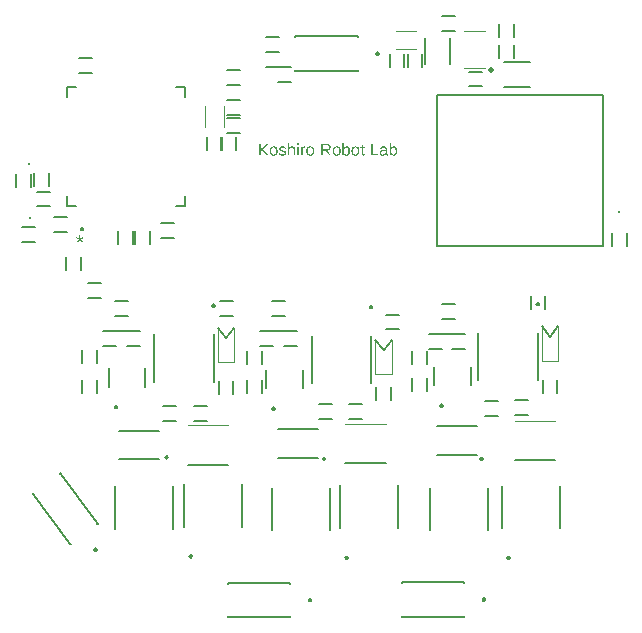
<source format=gbr>
G04 EAGLE Gerber RS-274X export*
G75*
%MOMM*%
%FSLAX34Y34*%
%LPD*%
%INSilkscreen Top*%
%IPPOS*%
%AMOC8*
5,1,8,0,0,1.08239X$1,22.5*%
G01*
G04 Define Apertures*
%ADD10C,0.127000*%
%ADD11C,0.200000*%
%ADD12C,0.120000*%
%ADD13C,0.500000*%
%ADD14R,0.250000X0.250000*%
%ADD15C,0.152400*%
%ADD16C,0.254000*%
G36*
X-5852Y62230D02*
X-7190Y62230D01*
X-7190Y72098D01*
X-2546Y72098D01*
X-2141Y72087D01*
X-1760Y72052D01*
X-1403Y71993D01*
X-1069Y71912D01*
X-759Y71807D01*
X-473Y71679D01*
X-211Y71527D01*
X28Y71352D01*
X240Y71157D01*
X425Y70943D01*
X580Y70711D01*
X708Y70460D01*
X807Y70192D01*
X878Y69905D01*
X921Y69599D01*
X935Y69276D01*
X925Y69006D01*
X895Y68748D01*
X845Y68500D01*
X775Y68264D01*
X684Y68038D01*
X574Y67823D01*
X444Y67620D01*
X294Y67427D01*
X126Y67248D01*
X-57Y67087D01*
X-255Y66943D01*
X-344Y66890D01*
X-469Y66816D01*
X-697Y66706D01*
X-941Y66614D01*
X-1200Y66539D01*
X-1475Y66481D01*
X-282Y64672D01*
X1327Y62230D01*
X-214Y62230D01*
X-2777Y66327D01*
X-5852Y66327D01*
X-5852Y62230D01*
G37*
%LPC*%
G36*
X-2623Y67385D02*
X-2366Y67393D01*
X-2124Y67416D01*
X-1897Y67454D01*
X-1686Y67508D01*
X-1489Y67578D01*
X-1307Y67663D01*
X-1140Y67763D01*
X-988Y67879D01*
X-852Y68008D01*
X-735Y68150D01*
X-636Y68305D01*
X-554Y68471D01*
X-491Y68650D01*
X-446Y68842D01*
X-419Y69046D01*
X-410Y69262D01*
X-419Y69471D01*
X-447Y69667D01*
X-492Y69850D01*
X-556Y70021D01*
X-638Y70179D01*
X-739Y70324D01*
X-858Y70456D01*
X-995Y70575D01*
X-1149Y70681D01*
X-1319Y70773D01*
X-1506Y70850D01*
X-1708Y70914D01*
X-1927Y70963D01*
X-2162Y70999D01*
X-2412Y71020D01*
X-2679Y71027D01*
X-5852Y71027D01*
X-5852Y67385D01*
X-2623Y67385D01*
G37*
%LPD*%
G36*
X14565Y62090D02*
X14152Y62109D01*
X13776Y62168D01*
X13436Y62265D01*
X13133Y62402D01*
X12861Y62581D01*
X12615Y62809D01*
X12397Y63084D01*
X12205Y63407D01*
X12191Y63407D01*
X12163Y62745D01*
X12121Y62230D01*
X10902Y62230D01*
X10934Y62810D01*
X10944Y63792D01*
X10944Y72624D01*
X12205Y72624D01*
X12205Y69661D01*
X12177Y68589D01*
X12205Y68589D01*
X12394Y68928D01*
X12612Y69215D01*
X12858Y69450D01*
X13133Y69633D01*
X13439Y69771D01*
X13780Y69869D01*
X14155Y69928D01*
X14565Y69948D01*
X14912Y69933D01*
X15235Y69888D01*
X15535Y69812D01*
X15811Y69707D01*
X16063Y69571D01*
X16291Y69405D01*
X16496Y69208D01*
X16677Y68982D01*
X16835Y68724D01*
X16972Y68436D01*
X17088Y68117D01*
X17184Y67766D01*
X17257Y67385D01*
X17310Y66972D01*
X17342Y66529D01*
X17352Y66054D01*
X17342Y65574D01*
X17309Y65125D01*
X17254Y64707D01*
X17178Y64320D01*
X17080Y63964D01*
X16960Y63638D01*
X16819Y63344D01*
X16656Y63081D01*
X16471Y62849D01*
X16264Y62647D01*
X16035Y62477D01*
X15785Y62338D01*
X15512Y62229D01*
X15218Y62152D01*
X14903Y62105D01*
X14565Y62090D01*
G37*
%LPC*%
G36*
X14229Y63021D02*
X14459Y63032D01*
X14672Y63065D01*
X14869Y63120D01*
X15049Y63197D01*
X15213Y63296D01*
X15360Y63417D01*
X15491Y63560D01*
X15605Y63725D01*
X15704Y63915D01*
X15790Y64132D01*
X15863Y64377D01*
X15923Y64649D01*
X15969Y64949D01*
X16002Y65276D01*
X16022Y65630D01*
X16029Y66012D01*
X16022Y66395D01*
X16003Y66751D01*
X15970Y67077D01*
X15924Y67376D01*
X15865Y67646D01*
X15792Y67889D01*
X15707Y68103D01*
X15609Y68288D01*
X15495Y68449D01*
X15366Y68589D01*
X15220Y68707D01*
X15057Y68803D01*
X14878Y68878D01*
X14683Y68932D01*
X14471Y68964D01*
X14243Y68975D01*
X13986Y68963D01*
X13747Y68929D01*
X13526Y68872D01*
X13323Y68793D01*
X13138Y68690D01*
X12971Y68565D01*
X12822Y68417D01*
X12691Y68246D01*
X12577Y68051D01*
X12479Y67829D01*
X12395Y67580D01*
X12326Y67304D01*
X12273Y67002D01*
X12235Y66673D01*
X12212Y66317D01*
X12205Y65935D01*
X12212Y65574D01*
X12234Y65238D01*
X12272Y64926D01*
X12324Y64638D01*
X12391Y64375D01*
X12473Y64137D01*
X12569Y63922D01*
X12681Y63732D01*
X12809Y63566D01*
X12956Y63421D01*
X13122Y63299D01*
X13306Y63199D01*
X13509Y63121D01*
X13730Y63066D01*
X13970Y63033D01*
X14229Y63021D01*
G37*
%LPD*%
G36*
X54440Y62090D02*
X54027Y62109D01*
X53651Y62168D01*
X53311Y62265D01*
X53008Y62402D01*
X52736Y62581D01*
X52490Y62809D01*
X52272Y63084D01*
X52080Y63407D01*
X52066Y63407D01*
X52038Y62745D01*
X51996Y62230D01*
X50777Y62230D01*
X50809Y62810D01*
X50819Y63792D01*
X50819Y72624D01*
X52080Y72624D01*
X52080Y69661D01*
X52052Y68589D01*
X52080Y68589D01*
X52269Y68928D01*
X52487Y69215D01*
X52733Y69450D01*
X53008Y69633D01*
X53314Y69771D01*
X53655Y69869D01*
X54030Y69928D01*
X54440Y69948D01*
X54787Y69933D01*
X55110Y69888D01*
X55410Y69812D01*
X55686Y69707D01*
X55938Y69571D01*
X56166Y69405D01*
X56371Y69208D01*
X56552Y68982D01*
X56710Y68724D01*
X56847Y68436D01*
X56963Y68117D01*
X57059Y67766D01*
X57132Y67385D01*
X57185Y66972D01*
X57217Y66529D01*
X57227Y66054D01*
X57217Y65574D01*
X57184Y65125D01*
X57129Y64707D01*
X57053Y64320D01*
X56955Y63964D01*
X56835Y63638D01*
X56694Y63344D01*
X56531Y63081D01*
X56346Y62849D01*
X56139Y62647D01*
X55910Y62477D01*
X55660Y62338D01*
X55387Y62229D01*
X55093Y62152D01*
X54778Y62105D01*
X54440Y62090D01*
G37*
%LPC*%
G36*
X54104Y63021D02*
X54334Y63032D01*
X54547Y63065D01*
X54744Y63120D01*
X54924Y63197D01*
X55088Y63296D01*
X55235Y63417D01*
X55366Y63560D01*
X55480Y63725D01*
X55579Y63915D01*
X55665Y64132D01*
X55738Y64377D01*
X55798Y64649D01*
X55844Y64949D01*
X55877Y65276D01*
X55897Y65630D01*
X55904Y66012D01*
X55897Y66395D01*
X55878Y66751D01*
X55845Y67077D01*
X55799Y67376D01*
X55740Y67646D01*
X55667Y67889D01*
X55582Y68103D01*
X55484Y68288D01*
X55370Y68449D01*
X55241Y68589D01*
X55095Y68707D01*
X54932Y68803D01*
X54753Y68878D01*
X54558Y68932D01*
X54346Y68964D01*
X54118Y68975D01*
X53861Y68963D01*
X53622Y68929D01*
X53401Y68872D01*
X53198Y68793D01*
X53013Y68690D01*
X52846Y68565D01*
X52697Y68417D01*
X52566Y68246D01*
X52452Y68051D01*
X52354Y67829D01*
X52270Y67580D01*
X52201Y67304D01*
X52148Y67002D01*
X52110Y66673D01*
X52087Y66317D01*
X52080Y65935D01*
X52087Y65574D01*
X52109Y65238D01*
X52147Y64926D01*
X52199Y64638D01*
X52266Y64375D01*
X52348Y64137D01*
X52444Y63922D01*
X52556Y63732D01*
X52684Y63566D01*
X52831Y63421D01*
X52997Y63299D01*
X53181Y63199D01*
X53384Y63121D01*
X53605Y63066D01*
X53845Y63033D01*
X54104Y63021D01*
G37*
%LPD*%
G36*
X-47440Y62090D02*
X-47843Y62106D01*
X-48220Y62153D01*
X-48571Y62232D01*
X-48897Y62343D01*
X-49198Y62485D01*
X-49473Y62659D01*
X-49723Y62865D01*
X-49948Y63102D01*
X-50146Y63369D01*
X-50319Y63664D01*
X-50464Y63988D01*
X-50583Y64339D01*
X-50676Y64719D01*
X-50742Y65126D01*
X-50782Y65562D01*
X-50795Y66026D01*
X-50782Y66501D01*
X-50742Y66945D01*
X-50676Y67359D01*
X-50583Y67742D01*
X-50463Y68094D01*
X-50318Y68416D01*
X-50145Y68707D01*
X-49946Y68968D01*
X-49720Y69197D01*
X-49468Y69397D01*
X-49190Y69565D01*
X-48884Y69703D01*
X-48553Y69810D01*
X-48195Y69887D01*
X-47810Y69933D01*
X-47398Y69948D01*
X-46978Y69933D01*
X-46587Y69888D01*
X-46225Y69814D01*
X-45891Y69709D01*
X-45586Y69575D01*
X-45309Y69410D01*
X-45061Y69216D01*
X-44842Y68992D01*
X-44650Y68737D01*
X-44483Y68448D01*
X-44343Y68127D01*
X-44227Y67773D01*
X-44138Y67385D01*
X-44074Y66965D01*
X-44035Y66512D01*
X-44023Y66026D01*
X-44036Y65545D01*
X-44077Y65095D01*
X-44146Y64677D01*
X-44241Y64291D01*
X-44365Y63936D01*
X-44515Y63614D01*
X-44693Y63323D01*
X-44898Y63063D01*
X-45129Y62835D01*
X-45385Y62638D01*
X-45666Y62470D01*
X-45971Y62333D01*
X-46302Y62227D01*
X-46656Y62151D01*
X-47036Y62105D01*
X-47440Y62090D01*
G37*
%LPC*%
G36*
X-47454Y63021D02*
X-47181Y63033D01*
X-46928Y63067D01*
X-46695Y63124D01*
X-46482Y63204D01*
X-46289Y63306D01*
X-46117Y63431D01*
X-45965Y63579D01*
X-45833Y63750D01*
X-45719Y63945D01*
X-45620Y64165D01*
X-45536Y64411D01*
X-45468Y64683D01*
X-45415Y64980D01*
X-45377Y65303D01*
X-45354Y65652D01*
X-45346Y66026D01*
X-45354Y66405D01*
X-45375Y66757D01*
X-45412Y67082D01*
X-45463Y67380D01*
X-45528Y67652D01*
X-45608Y67897D01*
X-45703Y68115D01*
X-45812Y68306D01*
X-45938Y68472D01*
X-46085Y68617D01*
X-46250Y68739D01*
X-46436Y68839D01*
X-46642Y68917D01*
X-46867Y68972D01*
X-47112Y69006D01*
X-47377Y69017D01*
X-47644Y69005D01*
X-47892Y68971D01*
X-48121Y68915D01*
X-48331Y68835D01*
X-48521Y68734D01*
X-48693Y68609D01*
X-48845Y68462D01*
X-48978Y68292D01*
X-49093Y68098D01*
X-49194Y67878D01*
X-49279Y67633D01*
X-49348Y67363D01*
X-49402Y67067D01*
X-49441Y66745D01*
X-49464Y66399D01*
X-49471Y66026D01*
X-49464Y65663D01*
X-49441Y65323D01*
X-49403Y65007D01*
X-49350Y64714D01*
X-49281Y64444D01*
X-49198Y64197D01*
X-49099Y63974D01*
X-48985Y63774D01*
X-48854Y63598D01*
X-48707Y63445D01*
X-48541Y63316D01*
X-48359Y63210D01*
X-48159Y63127D01*
X-47941Y63068D01*
X-47707Y63033D01*
X-47454Y63021D01*
G37*
%LPD*%
G36*
X-16378Y62090D02*
X-16780Y62106D01*
X-17157Y62153D01*
X-17509Y62232D01*
X-17835Y62343D01*
X-18135Y62485D01*
X-18411Y62659D01*
X-18661Y62865D01*
X-18885Y63102D01*
X-19084Y63369D01*
X-19256Y63664D01*
X-19402Y63988D01*
X-19521Y64339D01*
X-19614Y64719D01*
X-19680Y65126D01*
X-19719Y65562D01*
X-19733Y66026D01*
X-19719Y66501D01*
X-19680Y66945D01*
X-19613Y67359D01*
X-19520Y67742D01*
X-19401Y68094D01*
X-19255Y68416D01*
X-19083Y68707D01*
X-18883Y68968D01*
X-18658Y69197D01*
X-18406Y69397D01*
X-18127Y69565D01*
X-17822Y69703D01*
X-17490Y69810D01*
X-17132Y69887D01*
X-16747Y69933D01*
X-16336Y69948D01*
X-15916Y69933D01*
X-15525Y69888D01*
X-15162Y69814D01*
X-14828Y69709D01*
X-14523Y69575D01*
X-14247Y69410D01*
X-13999Y69216D01*
X-13779Y68992D01*
X-13587Y68737D01*
X-13421Y68448D01*
X-13280Y68127D01*
X-13165Y67773D01*
X-13075Y67385D01*
X-13011Y66965D01*
X-12973Y66512D01*
X-12960Y66026D01*
X-12974Y65545D01*
X-13015Y65095D01*
X-13083Y64677D01*
X-13179Y64291D01*
X-13302Y63936D01*
X-13453Y63614D01*
X-13630Y63323D01*
X-13836Y63063D01*
X-14067Y62835D01*
X-14323Y62638D01*
X-14603Y62470D01*
X-14909Y62333D01*
X-15239Y62227D01*
X-15594Y62151D01*
X-15974Y62105D01*
X-16378Y62090D01*
G37*
%LPC*%
G36*
X-16392Y63021D02*
X-16118Y63033D01*
X-15865Y63067D01*
X-15632Y63124D01*
X-15419Y63204D01*
X-15227Y63306D01*
X-15054Y63431D01*
X-14902Y63579D01*
X-14771Y63750D01*
X-14656Y63945D01*
X-14558Y64165D01*
X-14474Y64411D01*
X-14405Y64683D01*
X-14352Y64980D01*
X-14314Y65303D01*
X-14291Y65652D01*
X-14284Y66026D01*
X-14291Y66405D01*
X-14313Y66757D01*
X-14349Y67082D01*
X-14400Y67380D01*
X-14466Y67652D01*
X-14546Y67897D01*
X-14640Y68115D01*
X-14750Y68306D01*
X-14876Y68472D01*
X-15022Y68617D01*
X-15188Y68739D01*
X-15374Y68839D01*
X-15579Y68917D01*
X-15805Y68972D01*
X-16050Y69006D01*
X-16315Y69017D01*
X-16582Y69005D01*
X-16830Y68971D01*
X-17059Y68915D01*
X-17268Y68835D01*
X-17459Y68734D01*
X-17630Y68609D01*
X-17782Y68462D01*
X-17915Y68292D01*
X-18031Y68098D01*
X-18131Y67878D01*
X-18216Y67633D01*
X-18286Y67363D01*
X-18340Y67067D01*
X-18378Y66745D01*
X-18401Y66399D01*
X-18409Y66026D01*
X-18401Y65663D01*
X-18379Y65323D01*
X-18341Y65007D01*
X-18287Y64714D01*
X-18219Y64444D01*
X-18135Y64197D01*
X-18036Y63974D01*
X-17922Y63774D01*
X-17792Y63598D01*
X-17644Y63445D01*
X-17479Y63316D01*
X-17296Y63210D01*
X-17096Y63127D01*
X-16879Y63068D01*
X-16644Y63033D01*
X-16392Y63021D01*
G37*
%LPD*%
G36*
X5966Y62090D02*
X5564Y62106D01*
X5187Y62153D01*
X4835Y62232D01*
X4509Y62343D01*
X4208Y62485D01*
X3933Y62659D01*
X3683Y62865D01*
X3459Y63102D01*
X3260Y63369D01*
X3088Y63664D01*
X2942Y63988D01*
X2823Y64339D01*
X2730Y64719D01*
X2664Y65126D01*
X2624Y65562D01*
X2611Y66026D01*
X2624Y66501D01*
X2664Y66945D01*
X2730Y67359D01*
X2823Y67742D01*
X2943Y68094D01*
X3089Y68416D01*
X3261Y68707D01*
X3460Y68968D01*
X3686Y69197D01*
X3938Y69397D01*
X4217Y69565D01*
X4522Y69703D01*
X4854Y69810D01*
X5212Y69887D01*
X5597Y69933D01*
X6008Y69948D01*
X6428Y69933D01*
X6819Y69888D01*
X7182Y69814D01*
X7515Y69709D01*
X7821Y69575D01*
X8097Y69410D01*
X8345Y69216D01*
X8564Y68992D01*
X8756Y68737D01*
X8923Y68448D01*
X9064Y68127D01*
X9179Y67773D01*
X9269Y67385D01*
X9333Y66965D01*
X9371Y66512D01*
X9384Y66026D01*
X9370Y65545D01*
X9329Y65095D01*
X9261Y64677D01*
X9165Y64291D01*
X9042Y63936D01*
X8891Y63614D01*
X8713Y63323D01*
X8508Y63063D01*
X8277Y62835D01*
X8021Y62638D01*
X7740Y62470D01*
X7435Y62333D01*
X7105Y62227D01*
X6750Y62151D01*
X6370Y62105D01*
X5966Y62090D01*
G37*
%LPC*%
G36*
X5952Y63021D02*
X6225Y63033D01*
X6479Y63067D01*
X6712Y63124D01*
X6925Y63204D01*
X7117Y63306D01*
X7289Y63431D01*
X7441Y63579D01*
X7573Y63750D01*
X7687Y63945D01*
X7786Y64165D01*
X7870Y64411D01*
X7938Y64683D01*
X7992Y64980D01*
X8030Y65303D01*
X8052Y65652D01*
X8060Y66026D01*
X8053Y66405D01*
X8031Y66757D01*
X7995Y67082D01*
X7944Y67380D01*
X7878Y67652D01*
X7798Y67897D01*
X7703Y68115D01*
X7594Y68306D01*
X7468Y68472D01*
X7322Y68617D01*
X7156Y68739D01*
X6970Y68839D01*
X6764Y68917D01*
X6539Y68972D01*
X6294Y69006D01*
X6029Y69017D01*
X5762Y69005D01*
X5514Y68971D01*
X5285Y68915D01*
X5076Y68835D01*
X4885Y68734D01*
X4714Y68609D01*
X4562Y68462D01*
X4429Y68292D01*
X4313Y68098D01*
X4213Y67878D01*
X4128Y67633D01*
X4058Y67363D01*
X4004Y67067D01*
X3966Y66745D01*
X3943Y66399D01*
X3935Y66026D01*
X3942Y65663D01*
X3965Y65323D01*
X4003Y65007D01*
X4056Y64714D01*
X4125Y64444D01*
X4209Y64197D01*
X4307Y63974D01*
X4422Y63774D01*
X4552Y63598D01*
X4700Y63445D01*
X4865Y63316D01*
X5048Y63210D01*
X5248Y63127D01*
X5465Y63068D01*
X5700Y63033D01*
X5952Y63021D01*
G37*
%LPD*%
G36*
X21903Y62090D02*
X21501Y62106D01*
X21124Y62153D01*
X20773Y62232D01*
X20447Y62343D01*
X20146Y62485D01*
X19871Y62659D01*
X19621Y62865D01*
X19396Y63102D01*
X19197Y63369D01*
X19025Y63664D01*
X18880Y63988D01*
X18760Y64339D01*
X18668Y64719D01*
X18602Y65126D01*
X18562Y65562D01*
X18549Y66026D01*
X18562Y66501D01*
X18602Y66945D01*
X18668Y67359D01*
X18761Y67742D01*
X18880Y68094D01*
X19026Y68416D01*
X19199Y68707D01*
X19398Y68968D01*
X19623Y69197D01*
X19875Y69397D01*
X20154Y69565D01*
X20459Y69703D01*
X20791Y69810D01*
X21149Y69887D01*
X21534Y69933D01*
X21945Y69948D01*
X22365Y69933D01*
X22757Y69888D01*
X23119Y69814D01*
X23453Y69709D01*
X23758Y69575D01*
X24035Y69410D01*
X24283Y69216D01*
X24502Y68992D01*
X24694Y68737D01*
X24860Y68448D01*
X25001Y68127D01*
X25116Y67773D01*
X25206Y67385D01*
X25270Y66965D01*
X25308Y66512D01*
X25321Y66026D01*
X25308Y65545D01*
X25267Y65095D01*
X25198Y64677D01*
X25102Y64291D01*
X24979Y63936D01*
X24829Y63614D01*
X24651Y63323D01*
X24446Y63063D01*
X24215Y62835D01*
X23959Y62638D01*
X23678Y62470D01*
X23372Y62333D01*
X23042Y62227D01*
X22687Y62151D01*
X22308Y62105D01*
X21903Y62090D01*
G37*
%LPC*%
G36*
X21889Y63021D02*
X22163Y63033D01*
X22416Y63067D01*
X22649Y63124D01*
X22862Y63204D01*
X23055Y63306D01*
X23227Y63431D01*
X23379Y63579D01*
X23511Y63750D01*
X23625Y63945D01*
X23724Y64165D01*
X23807Y64411D01*
X23876Y64683D01*
X23929Y64980D01*
X23967Y65303D01*
X23990Y65652D01*
X23998Y66026D01*
X23990Y66405D01*
X23968Y66757D01*
X23932Y67082D01*
X23881Y67380D01*
X23816Y67652D01*
X23736Y67897D01*
X23641Y68115D01*
X23532Y68306D01*
X23405Y68472D01*
X23259Y68617D01*
X23093Y68739D01*
X22908Y68839D01*
X22702Y68917D01*
X22477Y68972D01*
X22231Y69006D01*
X21966Y69017D01*
X21699Y69005D01*
X21451Y68971D01*
X21223Y68915D01*
X21013Y68835D01*
X20823Y68734D01*
X20651Y68609D01*
X20499Y68462D01*
X20366Y68292D01*
X20250Y68098D01*
X20150Y67878D01*
X20065Y67633D01*
X19996Y67363D01*
X19942Y67067D01*
X19903Y66745D01*
X19880Y66399D01*
X19872Y66026D01*
X19880Y65663D01*
X19903Y65323D01*
X19941Y65007D01*
X19994Y64714D01*
X20062Y64444D01*
X20146Y64197D01*
X20245Y63974D01*
X20359Y63774D01*
X20489Y63598D01*
X20637Y63445D01*
X20802Y63316D01*
X20985Y63210D01*
X21185Y63127D01*
X21402Y63068D01*
X21637Y63033D01*
X21889Y63021D01*
G37*
%LPD*%
G36*
X44783Y62090D02*
X44507Y62099D01*
X44248Y62128D01*
X44007Y62175D01*
X43784Y62241D01*
X43578Y62325D01*
X43390Y62429D01*
X43220Y62551D01*
X43067Y62692D01*
X42933Y62850D01*
X42816Y63021D01*
X42717Y63207D01*
X42637Y63407D01*
X42574Y63620D01*
X42529Y63848D01*
X42502Y64090D01*
X42493Y64345D01*
X42505Y64631D01*
X42541Y64899D01*
X42602Y65151D01*
X42687Y65385D01*
X42795Y65603D01*
X42928Y65803D01*
X43086Y65986D01*
X43267Y66152D01*
X43475Y66301D01*
X43713Y66431D01*
X43981Y66542D01*
X44278Y66635D01*
X44605Y66710D01*
X44962Y66767D01*
X45348Y66805D01*
X45764Y66824D01*
X47466Y66852D01*
X47466Y67266D01*
X47460Y67489D01*
X47441Y67695D01*
X47411Y67885D01*
X47368Y68059D01*
X47313Y68216D01*
X47245Y68357D01*
X47165Y68481D01*
X47074Y68589D01*
X46968Y68683D01*
X46849Y68764D01*
X46716Y68833D01*
X46569Y68889D01*
X46408Y68933D01*
X46233Y68964D01*
X46044Y68982D01*
X45841Y68989D01*
X45446Y68971D01*
X45109Y68917D01*
X44830Y68827D01*
X44608Y68701D01*
X44435Y68536D01*
X44300Y68329D01*
X44204Y68078D01*
X44146Y67784D01*
X42829Y67903D01*
X42879Y68151D01*
X42947Y68382D01*
X43034Y68598D01*
X43140Y68798D01*
X43265Y68982D01*
X43408Y69149D01*
X43570Y69301D01*
X43750Y69437D01*
X43950Y69557D01*
X44168Y69661D01*
X44404Y69748D01*
X44660Y69820D01*
X44934Y69876D01*
X45227Y69916D01*
X45539Y69940D01*
X45869Y69948D01*
X46215Y69938D01*
X46539Y69907D01*
X46841Y69856D01*
X47121Y69784D01*
X47379Y69692D01*
X47614Y69580D01*
X47828Y69447D01*
X48019Y69293D01*
X48188Y69120D01*
X48335Y68929D01*
X48459Y68720D01*
X48560Y68492D01*
X48639Y68246D01*
X48695Y67982D01*
X48729Y67700D01*
X48740Y67399D01*
X48740Y64135D01*
X48750Y63872D01*
X48777Y63644D01*
X48823Y63450D01*
X48888Y63291D01*
X48978Y63167D01*
X49101Y63078D01*
X49258Y63025D01*
X49448Y63007D01*
X49642Y63020D01*
X49861Y63056D01*
X49861Y62272D01*
X49622Y62223D01*
X49380Y62188D01*
X49135Y62167D01*
X48888Y62160D01*
X48561Y62183D01*
X48283Y62252D01*
X48052Y62367D01*
X47868Y62528D01*
X47726Y62738D01*
X47619Y63000D01*
X47546Y63314D01*
X47508Y63680D01*
X47466Y63680D01*
X47214Y63277D01*
X46943Y62938D01*
X46652Y62663D01*
X46342Y62451D01*
X46004Y62293D01*
X45632Y62180D01*
X45225Y62112D01*
X44783Y62090D01*
G37*
%LPC*%
G36*
X45070Y63035D02*
X45408Y63055D01*
X45725Y63114D01*
X46024Y63213D01*
X46303Y63351D01*
X46559Y63523D01*
X46786Y63724D01*
X46984Y63955D01*
X47154Y64216D01*
X47290Y64492D01*
X47388Y64773D01*
X47446Y65058D01*
X47466Y65347D01*
X47466Y65970D01*
X46086Y65942D01*
X45668Y65925D01*
X45304Y65889D01*
X44994Y65834D01*
X44738Y65760D01*
X44522Y65664D01*
X44332Y65546D01*
X44170Y65405D01*
X44034Y65242D01*
X43927Y65053D01*
X43850Y64837D01*
X43804Y64594D01*
X43789Y64324D01*
X43810Y64033D01*
X43872Y63778D01*
X43976Y63557D01*
X44121Y63372D01*
X44306Y63225D01*
X44525Y63119D01*
X44780Y63056D01*
X45070Y63035D01*
G37*
%LPD*%
G36*
X-58446Y62230D02*
X-59783Y62230D01*
X-59783Y72098D01*
X-58446Y72098D01*
X-58446Y67154D01*
X-53690Y72098D01*
X-52114Y72098D01*
X-56317Y67812D01*
X-51554Y62230D01*
X-53214Y62230D01*
X-57157Y66993D01*
X-58446Y66012D01*
X-58446Y62230D01*
G37*
G36*
X-34017Y62230D02*
X-35278Y62230D01*
X-35278Y72624D01*
X-34017Y72624D01*
X-34017Y69920D01*
X-34042Y69038D01*
X-34073Y68512D01*
X-34052Y68512D01*
X-33839Y68859D01*
X-33605Y69156D01*
X-33350Y69403D01*
X-33075Y69601D01*
X-32771Y69753D01*
X-32428Y69861D01*
X-32048Y69927D01*
X-31629Y69948D01*
X-31331Y69939D01*
X-31053Y69910D01*
X-30796Y69862D01*
X-30558Y69795D01*
X-30341Y69709D01*
X-30144Y69603D01*
X-29968Y69479D01*
X-29812Y69335D01*
X-29674Y69169D01*
X-29556Y68977D01*
X-29455Y68759D01*
X-29373Y68515D01*
X-29309Y68245D01*
X-29263Y67949D01*
X-29236Y67627D01*
X-29227Y67280D01*
X-29227Y62230D01*
X-30494Y62230D01*
X-30494Y67035D01*
X-30504Y67408D01*
X-30531Y67731D01*
X-30577Y68002D01*
X-30641Y68222D01*
X-30727Y68403D01*
X-30836Y68559D01*
X-30968Y68689D01*
X-31125Y68793D01*
X-31309Y68872D01*
X-31526Y68929D01*
X-31775Y68963D01*
X-32056Y68975D01*
X-32273Y68965D01*
X-32479Y68936D01*
X-32674Y68888D01*
X-32857Y68821D01*
X-33030Y68734D01*
X-33192Y68628D01*
X-33342Y68503D01*
X-33482Y68358D01*
X-33607Y68198D01*
X-33716Y68023D01*
X-33808Y67836D01*
X-33883Y67635D01*
X-33942Y67421D01*
X-33984Y67193D01*
X-34009Y66953D01*
X-34017Y66698D01*
X-34017Y62230D01*
G37*
G36*
X-39850Y62090D02*
X-40193Y62097D01*
X-40517Y62119D01*
X-40820Y62155D01*
X-41103Y62206D01*
X-41365Y62272D01*
X-41608Y62352D01*
X-41830Y62447D01*
X-42032Y62556D01*
X-42215Y62680D01*
X-42381Y62821D01*
X-42531Y62978D01*
X-42664Y63152D01*
X-42781Y63342D01*
X-42881Y63548D01*
X-42963Y63770D01*
X-43030Y64009D01*
X-41916Y64226D01*
X-41814Y63942D01*
X-41669Y63698D01*
X-41481Y63495D01*
X-41251Y63333D01*
X-40974Y63209D01*
X-40648Y63120D01*
X-40274Y63067D01*
X-39850Y63049D01*
X-39402Y63068D01*
X-39019Y63123D01*
X-38700Y63215D01*
X-38446Y63344D01*
X-38251Y63509D01*
X-38175Y63606D01*
X-38112Y63711D01*
X-38063Y63826D01*
X-38029Y63950D01*
X-38008Y64084D01*
X-38001Y64226D01*
X-38020Y64440D01*
X-38078Y64632D01*
X-38174Y64804D01*
X-38309Y64954D01*
X-38487Y65088D01*
X-38712Y65210D01*
X-38984Y65320D01*
X-39304Y65417D01*
X-40207Y65655D01*
X-40711Y65794D01*
X-41136Y65932D01*
X-41483Y66069D01*
X-41751Y66205D01*
X-41968Y66347D01*
X-42160Y66503D01*
X-42327Y66674D01*
X-42469Y66860D01*
X-42583Y67063D01*
X-42664Y67288D01*
X-42712Y67536D01*
X-42728Y67805D01*
X-42717Y68056D01*
X-42682Y68292D01*
X-42624Y68513D01*
X-42544Y68718D01*
X-42440Y68908D01*
X-42313Y69082D01*
X-42163Y69241D01*
X-41990Y69384D01*
X-41794Y69512D01*
X-41578Y69622D01*
X-41340Y69715D01*
X-41082Y69791D01*
X-40802Y69851D01*
X-40501Y69893D01*
X-40179Y69919D01*
X-39836Y69927D01*
X-39530Y69920D01*
X-39241Y69900D01*
X-38968Y69865D01*
X-38711Y69817D01*
X-38470Y69755D01*
X-38245Y69679D01*
X-38036Y69589D01*
X-37843Y69486D01*
X-37667Y69367D01*
X-37508Y69232D01*
X-37365Y69080D01*
X-37240Y68912D01*
X-37132Y68726D01*
X-37040Y68525D01*
X-36966Y68306D01*
X-36908Y68071D01*
X-38043Y67931D01*
X-38118Y68169D01*
X-38236Y68377D01*
X-38399Y68556D01*
X-38607Y68705D01*
X-38856Y68823D01*
X-39143Y68907D01*
X-39470Y68958D01*
X-39836Y68975D01*
X-40235Y68958D01*
X-40578Y68910D01*
X-40865Y68829D01*
X-41097Y68716D01*
X-41274Y68569D01*
X-41401Y68390D01*
X-41477Y68177D01*
X-41496Y68058D01*
X-41503Y67931D01*
X-41492Y67777D01*
X-41461Y67637D01*
X-41408Y67511D01*
X-41335Y67399D01*
X-41241Y67298D01*
X-41126Y67204D01*
X-40992Y67119D01*
X-40837Y67042D01*
X-40627Y66961D01*
X-40326Y66867D01*
X-39451Y66635D01*
X-38589Y66393D01*
X-38263Y66279D01*
X-38008Y66170D01*
X-37799Y66060D01*
X-37613Y65945D01*
X-37450Y65824D01*
X-37311Y65697D01*
X-37190Y65562D01*
X-37084Y65418D01*
X-36993Y65263D01*
X-36915Y65098D01*
X-36854Y64922D01*
X-36810Y64735D01*
X-36784Y64535D01*
X-36775Y64324D01*
X-36788Y64064D01*
X-36826Y63819D01*
X-36889Y63589D01*
X-36977Y63375D01*
X-37091Y63176D01*
X-37230Y62993D01*
X-37395Y62824D01*
X-37584Y62671D01*
X-37796Y62535D01*
X-38029Y62417D01*
X-38282Y62317D01*
X-38555Y62235D01*
X-38848Y62172D01*
X-39162Y62126D01*
X-39496Y62099D01*
X-39850Y62090D01*
G37*
G36*
X41416Y62230D02*
X35092Y62230D01*
X35092Y72098D01*
X36429Y72098D01*
X36429Y63323D01*
X41416Y63323D01*
X41416Y62230D01*
G37*
G36*
X28552Y62118D02*
X28368Y62125D01*
X28197Y62145D01*
X28038Y62178D01*
X27890Y62225D01*
X27754Y62286D01*
X27630Y62359D01*
X27518Y62446D01*
X27417Y62547D01*
X27328Y62661D01*
X27252Y62788D01*
X27187Y62929D01*
X27133Y63083D01*
X27092Y63251D01*
X27062Y63432D01*
X27045Y63626D01*
X27039Y63834D01*
X27039Y68891D01*
X26163Y68891D01*
X26163Y69808D01*
X27088Y69808D01*
X27459Y71503D01*
X28300Y71503D01*
X28300Y69808D01*
X29700Y69808D01*
X29700Y68891D01*
X28300Y68891D01*
X28300Y64107D01*
X28311Y63854D01*
X28344Y63642D01*
X28400Y63471D01*
X28478Y63340D01*
X28584Y63244D01*
X28722Y63175D01*
X28894Y63133D01*
X29098Y63119D01*
X29406Y63144D01*
X29826Y63218D01*
X29826Y62286D01*
X29513Y62213D01*
X29196Y62160D01*
X28876Y62128D01*
X28552Y62118D01*
G37*
G36*
X-22830Y62230D02*
X-24090Y62230D01*
X-24090Y68043D01*
X-24101Y68884D01*
X-24133Y69808D01*
X-22942Y69808D01*
X-22886Y68260D01*
X-22858Y68260D01*
X-22702Y68709D01*
X-22534Y69080D01*
X-22355Y69374D01*
X-22164Y69591D01*
X-21948Y69747D01*
X-21692Y69859D01*
X-21395Y69926D01*
X-21058Y69948D01*
X-20804Y69931D01*
X-20547Y69878D01*
X-20547Y68723D01*
X-20841Y68775D01*
X-21219Y68793D01*
X-21409Y68782D01*
X-21588Y68750D01*
X-21755Y68698D01*
X-21911Y68624D01*
X-22054Y68529D01*
X-22187Y68412D01*
X-22307Y68275D01*
X-22417Y68117D01*
X-22513Y67939D01*
X-22597Y67742D01*
X-22668Y67528D01*
X-22727Y67295D01*
X-22772Y67043D01*
X-22804Y66774D01*
X-22823Y66486D01*
X-22830Y66180D01*
X-22830Y62230D01*
G37*
G36*
X-26052Y62230D02*
X-27313Y62230D01*
X-27313Y69808D01*
X-26052Y69808D01*
X-26052Y62230D01*
G37*
G36*
X-26052Y71419D02*
X-27313Y71419D01*
X-27313Y72624D01*
X-26052Y72624D01*
X-26052Y71419D01*
G37*
G36*
X-210209Y-11271D02*
X-211522Y-9011D01*
X-212889Y-11253D01*
X-213931Y-10623D01*
X-212276Y-8450D01*
X-214728Y-7811D01*
X-214334Y-6637D01*
X-211995Y-7575D01*
X-212100Y-4973D01*
X-210909Y-4973D01*
X-211023Y-7557D01*
X-208711Y-6655D01*
X-208317Y-7811D01*
X-210787Y-8450D01*
X-209166Y-10640D01*
X-210209Y-11271D01*
G37*
D10*
X23960Y134740D02*
X23960Y134090D01*
X23960Y162440D02*
X23960Y163090D01*
X-29040Y134740D02*
X-29040Y134090D01*
X-29040Y162440D02*
X-29040Y163090D01*
X-29040Y134090D02*
X23960Y134090D01*
X23960Y163090D02*
X-29040Y163090D01*
D11*
X39460Y148590D02*
X39462Y148653D01*
X39468Y148715D01*
X39478Y148777D01*
X39491Y148839D01*
X39509Y148899D01*
X39530Y148958D01*
X39555Y149016D01*
X39584Y149072D01*
X39616Y149126D01*
X39651Y149178D01*
X39689Y149227D01*
X39731Y149275D01*
X39775Y149319D01*
X39823Y149361D01*
X39872Y149399D01*
X39924Y149434D01*
X39978Y149466D01*
X40034Y149495D01*
X40092Y149520D01*
X40151Y149541D01*
X40211Y149559D01*
X40273Y149572D01*
X40335Y149582D01*
X40397Y149588D01*
X40460Y149590D01*
X40523Y149588D01*
X40585Y149582D01*
X40647Y149572D01*
X40709Y149559D01*
X40769Y149541D01*
X40828Y149520D01*
X40886Y149495D01*
X40942Y149466D01*
X40996Y149434D01*
X41048Y149399D01*
X41097Y149361D01*
X41145Y149319D01*
X41189Y149275D01*
X41231Y149227D01*
X41269Y149178D01*
X41304Y149126D01*
X41336Y149072D01*
X41365Y149016D01*
X41390Y148958D01*
X41411Y148899D01*
X41429Y148839D01*
X41442Y148777D01*
X41452Y148715D01*
X41458Y148653D01*
X41460Y148590D01*
X41458Y148527D01*
X41452Y148465D01*
X41442Y148403D01*
X41429Y148341D01*
X41411Y148281D01*
X41390Y148222D01*
X41365Y148164D01*
X41336Y148108D01*
X41304Y148054D01*
X41269Y148002D01*
X41231Y147953D01*
X41189Y147905D01*
X41145Y147861D01*
X41097Y147819D01*
X41048Y147781D01*
X40996Y147746D01*
X40942Y147714D01*
X40886Y147685D01*
X40828Y147660D01*
X40769Y147639D01*
X40709Y147621D01*
X40647Y147608D01*
X40585Y147598D01*
X40523Y147592D01*
X40460Y147590D01*
X40397Y147592D01*
X40335Y147598D01*
X40273Y147608D01*
X40211Y147621D01*
X40151Y147639D01*
X40092Y147660D01*
X40034Y147685D01*
X39978Y147714D01*
X39924Y147746D01*
X39872Y147781D01*
X39823Y147819D01*
X39775Y147861D01*
X39731Y147905D01*
X39689Y147953D01*
X39651Y148002D01*
X39616Y148054D01*
X39584Y148108D01*
X39555Y148164D01*
X39530Y148222D01*
X39509Y148281D01*
X39491Y148341D01*
X39478Y148403D01*
X39468Y148465D01*
X39462Y148527D01*
X39460Y148590D01*
D10*
X-42760Y137224D02*
X-53760Y137224D01*
X-53760Y149796D02*
X-42760Y149796D01*
X-43600Y137170D02*
X-32600Y137170D01*
X-32600Y124450D02*
X-43600Y124450D01*
X-42760Y162570D02*
X-53760Y162570D01*
X-53760Y149850D02*
X-42760Y149850D01*
X63436Y148046D02*
X63436Y137046D01*
X50864Y137046D02*
X50864Y148046D01*
X78676Y147740D02*
X78676Y136740D01*
X66104Y136740D02*
X66104Y147740D01*
D12*
X73520Y168011D02*
X56020Y168011D01*
X56020Y152029D02*
X73520Y152029D01*
D13*
X136257Y134228D03*
D12*
X131217Y136128D02*
X114217Y136128D01*
X114217Y167324D02*
X131217Y167324D01*
D10*
X105830Y167630D02*
X94830Y167630D01*
X94830Y180350D02*
X105830Y180350D01*
X117690Y120714D02*
X128690Y120714D01*
X128690Y133286D02*
X117690Y133286D01*
X156220Y144360D02*
X156220Y155360D01*
X143500Y155360D02*
X143500Y144360D01*
X156220Y162140D02*
X156220Y173140D01*
X143500Y173140D02*
X143500Y162140D01*
D14*
X245110Y13990D03*
D10*
X238750Y-3390D02*
X238750Y-14390D01*
X251470Y-14390D02*
X251470Y-3390D01*
D11*
X175180Y-63500D02*
X175182Y-63437D01*
X175188Y-63375D01*
X175198Y-63313D01*
X175211Y-63251D01*
X175229Y-63191D01*
X175250Y-63132D01*
X175275Y-63074D01*
X175304Y-63018D01*
X175336Y-62964D01*
X175371Y-62912D01*
X175409Y-62863D01*
X175451Y-62815D01*
X175495Y-62771D01*
X175543Y-62729D01*
X175592Y-62691D01*
X175644Y-62656D01*
X175698Y-62624D01*
X175754Y-62595D01*
X175812Y-62570D01*
X175871Y-62549D01*
X175931Y-62531D01*
X175993Y-62518D01*
X176055Y-62508D01*
X176117Y-62502D01*
X176180Y-62500D01*
X176243Y-62502D01*
X176305Y-62508D01*
X176367Y-62518D01*
X176429Y-62531D01*
X176489Y-62549D01*
X176548Y-62570D01*
X176606Y-62595D01*
X176662Y-62624D01*
X176716Y-62656D01*
X176768Y-62691D01*
X176817Y-62729D01*
X176865Y-62771D01*
X176909Y-62815D01*
X176951Y-62863D01*
X176989Y-62912D01*
X177024Y-62964D01*
X177056Y-63018D01*
X177085Y-63074D01*
X177110Y-63132D01*
X177131Y-63191D01*
X177149Y-63251D01*
X177162Y-63313D01*
X177172Y-63375D01*
X177178Y-63437D01*
X177180Y-63500D01*
X177178Y-63563D01*
X177172Y-63625D01*
X177162Y-63687D01*
X177149Y-63749D01*
X177131Y-63809D01*
X177110Y-63868D01*
X177085Y-63926D01*
X177056Y-63982D01*
X177024Y-64036D01*
X176989Y-64088D01*
X176951Y-64137D01*
X176909Y-64185D01*
X176865Y-64229D01*
X176817Y-64271D01*
X176768Y-64309D01*
X176716Y-64344D01*
X176662Y-64376D01*
X176606Y-64405D01*
X176548Y-64430D01*
X176489Y-64451D01*
X176429Y-64469D01*
X176367Y-64482D01*
X176305Y-64492D01*
X176243Y-64498D01*
X176180Y-64500D01*
X176117Y-64498D01*
X176055Y-64492D01*
X175993Y-64482D01*
X175931Y-64469D01*
X175871Y-64451D01*
X175812Y-64430D01*
X175754Y-64405D01*
X175698Y-64376D01*
X175644Y-64344D01*
X175592Y-64309D01*
X175543Y-64271D01*
X175495Y-64229D01*
X175451Y-64185D01*
X175409Y-64137D01*
X175371Y-64088D01*
X175336Y-64036D01*
X175304Y-63982D01*
X175275Y-63926D01*
X175250Y-63868D01*
X175229Y-63809D01*
X175211Y-63749D01*
X175198Y-63687D01*
X175188Y-63625D01*
X175182Y-63563D01*
X175180Y-63500D01*
D10*
X176330Y-87950D02*
X176330Y-127950D01*
X125930Y-127950D02*
X125930Y-87950D01*
X170244Y-67730D02*
X170244Y-56730D01*
X182816Y-56730D02*
X182816Y-67730D01*
D12*
X179690Y-111663D02*
X193690Y-111663D01*
X179690Y-111663D02*
X179690Y-82440D01*
X193690Y-82440D02*
X193690Y-111663D01*
D10*
X186690Y-91440D02*
X179690Y-82440D01*
X186690Y-91440D02*
X193690Y-82440D01*
X168060Y-157490D02*
X157060Y-157490D01*
X157060Y-144770D02*
X168060Y-144770D01*
X142660Y-158760D02*
X131660Y-158760D01*
X131660Y-146040D02*
X142660Y-146040D01*
X124950Y-166853D02*
X90950Y-166853D01*
X90950Y-191287D02*
X124950Y-191287D01*
X180404Y-138850D02*
X180404Y-127850D01*
X192976Y-127850D02*
X192976Y-138850D01*
X-222366Y19850D02*
X-222366Y27750D01*
X-222366Y19850D02*
X-214466Y19850D01*
X-130266Y19850D02*
X-122366Y19850D01*
X-122366Y27750D01*
X-122366Y111950D02*
X-122366Y119850D01*
X-130266Y119850D01*
X-214466Y119850D02*
X-222366Y119850D01*
X-222366Y111950D01*
D11*
X-210866Y-150D02*
X-210864Y-87D01*
X-210858Y-25D01*
X-210848Y37D01*
X-210835Y99D01*
X-210817Y159D01*
X-210796Y218D01*
X-210771Y276D01*
X-210742Y332D01*
X-210710Y386D01*
X-210675Y438D01*
X-210637Y487D01*
X-210595Y535D01*
X-210551Y579D01*
X-210503Y621D01*
X-210454Y659D01*
X-210402Y694D01*
X-210348Y726D01*
X-210292Y755D01*
X-210234Y780D01*
X-210175Y801D01*
X-210115Y819D01*
X-210053Y832D01*
X-209991Y842D01*
X-209929Y848D01*
X-209866Y850D01*
X-209803Y848D01*
X-209741Y842D01*
X-209679Y832D01*
X-209617Y819D01*
X-209557Y801D01*
X-209498Y780D01*
X-209440Y755D01*
X-209384Y726D01*
X-209330Y694D01*
X-209278Y659D01*
X-209229Y621D01*
X-209181Y579D01*
X-209137Y535D01*
X-209095Y487D01*
X-209057Y438D01*
X-209022Y386D01*
X-208990Y332D01*
X-208961Y276D01*
X-208936Y218D01*
X-208915Y159D01*
X-208897Y99D01*
X-208884Y37D01*
X-208874Y-25D01*
X-208868Y-87D01*
X-208866Y-150D01*
X-208868Y-213D01*
X-208874Y-275D01*
X-208884Y-337D01*
X-208897Y-399D01*
X-208915Y-459D01*
X-208936Y-518D01*
X-208961Y-576D01*
X-208990Y-632D01*
X-209022Y-686D01*
X-209057Y-738D01*
X-209095Y-787D01*
X-209137Y-835D01*
X-209181Y-879D01*
X-209229Y-921D01*
X-209278Y-959D01*
X-209330Y-994D01*
X-209384Y-1026D01*
X-209440Y-1055D01*
X-209498Y-1080D01*
X-209557Y-1101D01*
X-209617Y-1119D01*
X-209679Y-1132D01*
X-209741Y-1142D01*
X-209803Y-1148D01*
X-209866Y-1150D01*
X-209929Y-1148D01*
X-209991Y-1142D01*
X-210053Y-1132D01*
X-210115Y-1119D01*
X-210175Y-1101D01*
X-210234Y-1080D01*
X-210292Y-1055D01*
X-210348Y-1026D01*
X-210402Y-994D01*
X-210454Y-959D01*
X-210503Y-921D01*
X-210551Y-879D01*
X-210595Y-835D01*
X-210637Y-787D01*
X-210675Y-738D01*
X-210710Y-686D01*
X-210742Y-632D01*
X-210771Y-576D01*
X-210796Y-518D01*
X-210817Y-459D01*
X-210835Y-399D01*
X-210848Y-337D01*
X-210858Y-275D01*
X-210864Y-213D01*
X-210866Y-150D01*
D10*
X-86780Y134556D02*
X-75780Y134556D01*
X-75780Y121984D02*
X-86780Y121984D01*
X-237070Y19114D02*
X-248070Y19114D01*
X-248070Y31686D02*
X-237070Y31686D01*
X-142660Y-7556D02*
X-131660Y-7556D01*
X-131660Y5016D02*
X-142660Y5016D01*
X-201510Y144856D02*
X-212510Y144856D01*
X-212510Y132284D02*
X-201510Y132284D01*
X-86780Y121856D02*
X-75780Y121856D01*
X-75780Y109284D02*
X-86780Y109284D01*
D12*
X-105781Y104000D02*
X-105781Y86500D01*
X-89799Y86500D02*
X-89799Y104000D01*
D10*
X-86780Y93916D02*
X-75780Y93916D01*
X-75780Y81344D02*
X-86780Y81344D01*
X-86780Y109156D02*
X-75780Y109156D01*
X-75780Y96584D02*
X-86780Y96584D01*
X-78804Y77890D02*
X-78804Y66890D01*
X-91376Y66890D02*
X-91376Y77890D01*
X-91504Y77890D02*
X-91504Y66890D01*
X-104076Y66890D02*
X-104076Y77890D01*
X-237480Y47410D02*
X-237480Y36410D01*
X-250200Y36410D02*
X-250200Y47410D01*
X-166434Y-2120D02*
X-166434Y-13120D01*
X-179006Y-13120D02*
X-179006Y-2120D01*
X-165110Y-2120D02*
X-165110Y-13120D01*
X-152390Y-13120D02*
X-152390Y-2120D01*
X-193890Y-58356D02*
X-204890Y-58356D01*
X-204890Y-45784D02*
X-193890Y-45784D01*
X-210818Y-34776D02*
X-210818Y-23776D01*
X-223390Y-23776D02*
X-223390Y-34776D01*
D14*
X-254500Y55185D03*
D10*
X-252720Y46836D02*
X-252720Y35836D01*
X-265440Y35836D02*
X-265440Y46836D01*
D11*
X34210Y-66040D02*
X34212Y-65977D01*
X34218Y-65915D01*
X34228Y-65853D01*
X34241Y-65791D01*
X34259Y-65731D01*
X34280Y-65672D01*
X34305Y-65614D01*
X34334Y-65558D01*
X34366Y-65504D01*
X34401Y-65452D01*
X34439Y-65403D01*
X34481Y-65355D01*
X34525Y-65311D01*
X34573Y-65269D01*
X34622Y-65231D01*
X34674Y-65196D01*
X34728Y-65164D01*
X34784Y-65135D01*
X34842Y-65110D01*
X34901Y-65089D01*
X34961Y-65071D01*
X35023Y-65058D01*
X35085Y-65048D01*
X35147Y-65042D01*
X35210Y-65040D01*
X35273Y-65042D01*
X35335Y-65048D01*
X35397Y-65058D01*
X35459Y-65071D01*
X35519Y-65089D01*
X35578Y-65110D01*
X35636Y-65135D01*
X35692Y-65164D01*
X35746Y-65196D01*
X35798Y-65231D01*
X35847Y-65269D01*
X35895Y-65311D01*
X35939Y-65355D01*
X35981Y-65403D01*
X36019Y-65452D01*
X36054Y-65504D01*
X36086Y-65558D01*
X36115Y-65614D01*
X36140Y-65672D01*
X36161Y-65731D01*
X36179Y-65791D01*
X36192Y-65853D01*
X36202Y-65915D01*
X36208Y-65977D01*
X36210Y-66040D01*
X36208Y-66103D01*
X36202Y-66165D01*
X36192Y-66227D01*
X36179Y-66289D01*
X36161Y-66349D01*
X36140Y-66408D01*
X36115Y-66466D01*
X36086Y-66522D01*
X36054Y-66576D01*
X36019Y-66628D01*
X35981Y-66677D01*
X35939Y-66725D01*
X35895Y-66769D01*
X35847Y-66811D01*
X35798Y-66849D01*
X35746Y-66884D01*
X35692Y-66916D01*
X35636Y-66945D01*
X35578Y-66970D01*
X35519Y-66991D01*
X35459Y-67009D01*
X35397Y-67022D01*
X35335Y-67032D01*
X35273Y-67038D01*
X35210Y-67040D01*
X35147Y-67038D01*
X35085Y-67032D01*
X35023Y-67022D01*
X34961Y-67009D01*
X34901Y-66991D01*
X34842Y-66970D01*
X34784Y-66945D01*
X34728Y-66916D01*
X34674Y-66884D01*
X34622Y-66849D01*
X34573Y-66811D01*
X34525Y-66769D01*
X34481Y-66725D01*
X34439Y-66677D01*
X34401Y-66628D01*
X34366Y-66576D01*
X34334Y-66522D01*
X34305Y-66466D01*
X34280Y-66408D01*
X34259Y-66349D01*
X34241Y-66289D01*
X34228Y-66227D01*
X34218Y-66165D01*
X34212Y-66103D01*
X34210Y-66040D01*
D10*
X35360Y-90490D02*
X35360Y-130490D01*
X-15040Y-130490D02*
X-15040Y-90490D01*
X47840Y-72454D02*
X58840Y-72454D01*
X58840Y-85026D02*
X47840Y-85026D01*
D12*
X52720Y-123093D02*
X38720Y-123093D01*
X38720Y-93870D01*
X52720Y-93870D02*
X52720Y-123093D01*
D10*
X45720Y-102870D02*
X38720Y-93870D01*
X45720Y-102870D02*
X52720Y-93870D01*
X27090Y-161300D02*
X16090Y-161300D01*
X16090Y-148580D02*
X27090Y-148580D01*
X1690Y-161300D02*
X-9310Y-161300D01*
X-9310Y-148580D02*
X1690Y-148580D01*
X-9670Y-169393D02*
X-43670Y-169393D01*
X-43670Y-193827D02*
X-9670Y-193827D01*
X39434Y-145200D02*
X39434Y-134200D01*
X52006Y-134200D02*
X52006Y-145200D01*
D11*
X-99140Y-64770D02*
X-99138Y-64707D01*
X-99132Y-64645D01*
X-99122Y-64583D01*
X-99109Y-64521D01*
X-99091Y-64461D01*
X-99070Y-64402D01*
X-99045Y-64344D01*
X-99016Y-64288D01*
X-98984Y-64234D01*
X-98949Y-64182D01*
X-98911Y-64133D01*
X-98869Y-64085D01*
X-98825Y-64041D01*
X-98777Y-63999D01*
X-98728Y-63961D01*
X-98676Y-63926D01*
X-98622Y-63894D01*
X-98566Y-63865D01*
X-98508Y-63840D01*
X-98449Y-63819D01*
X-98389Y-63801D01*
X-98327Y-63788D01*
X-98265Y-63778D01*
X-98203Y-63772D01*
X-98140Y-63770D01*
X-98077Y-63772D01*
X-98015Y-63778D01*
X-97953Y-63788D01*
X-97891Y-63801D01*
X-97831Y-63819D01*
X-97772Y-63840D01*
X-97714Y-63865D01*
X-97658Y-63894D01*
X-97604Y-63926D01*
X-97552Y-63961D01*
X-97503Y-63999D01*
X-97455Y-64041D01*
X-97411Y-64085D01*
X-97369Y-64133D01*
X-97331Y-64182D01*
X-97296Y-64234D01*
X-97264Y-64288D01*
X-97235Y-64344D01*
X-97210Y-64402D01*
X-97189Y-64461D01*
X-97171Y-64521D01*
X-97158Y-64583D01*
X-97148Y-64645D01*
X-97142Y-64707D01*
X-97140Y-64770D01*
X-97142Y-64833D01*
X-97148Y-64895D01*
X-97158Y-64957D01*
X-97171Y-65019D01*
X-97189Y-65079D01*
X-97210Y-65138D01*
X-97235Y-65196D01*
X-97264Y-65252D01*
X-97296Y-65306D01*
X-97331Y-65358D01*
X-97369Y-65407D01*
X-97411Y-65455D01*
X-97455Y-65499D01*
X-97503Y-65541D01*
X-97552Y-65579D01*
X-97604Y-65614D01*
X-97658Y-65646D01*
X-97714Y-65675D01*
X-97772Y-65700D01*
X-97831Y-65721D01*
X-97891Y-65739D01*
X-97953Y-65752D01*
X-98015Y-65762D01*
X-98077Y-65768D01*
X-98140Y-65770D01*
X-98203Y-65768D01*
X-98265Y-65762D01*
X-98327Y-65752D01*
X-98389Y-65739D01*
X-98449Y-65721D01*
X-98508Y-65700D01*
X-98566Y-65675D01*
X-98622Y-65646D01*
X-98676Y-65614D01*
X-98728Y-65579D01*
X-98777Y-65541D01*
X-98825Y-65499D01*
X-98869Y-65455D01*
X-98911Y-65407D01*
X-98949Y-65358D01*
X-98984Y-65306D01*
X-99016Y-65252D01*
X-99045Y-65196D01*
X-99070Y-65138D01*
X-99091Y-65079D01*
X-99109Y-65019D01*
X-99122Y-64957D01*
X-99132Y-64895D01*
X-99138Y-64833D01*
X-99140Y-64770D01*
D10*
X-97990Y-89220D02*
X-97990Y-129220D01*
X-148390Y-129220D02*
X-148390Y-89220D01*
X-93130Y-61024D02*
X-82130Y-61024D01*
X-82130Y-73596D02*
X-93130Y-73596D01*
D12*
X-94630Y-112933D02*
X-80630Y-112933D01*
X-94630Y-112933D02*
X-94630Y-83710D01*
X-80630Y-83710D02*
X-80630Y-112933D01*
D10*
X-87630Y-92710D02*
X-94630Y-83710D01*
X-87630Y-92710D02*
X-80630Y-83710D01*
X-103720Y-162570D02*
X-114720Y-162570D01*
X-114720Y-149850D02*
X-103720Y-149850D01*
X-130390Y-162570D02*
X-141390Y-162570D01*
X-141390Y-149850D02*
X-130390Y-149850D01*
X-144290Y-170663D02*
X-178290Y-170663D01*
X-178290Y-195097D02*
X-144290Y-195097D01*
X-93916Y-140120D02*
X-93916Y-129120D01*
X-81344Y-129120D02*
X-81344Y-140120D01*
D14*
X-253980Y8890D03*
D10*
X-249770Y1280D02*
X-260770Y1280D01*
X-260770Y-11440D02*
X-249770Y-11440D01*
X-119870Y-199597D02*
X-85870Y-199597D01*
D12*
X-85870Y-166163D02*
X-119870Y-166163D01*
D10*
X13480Y-198327D02*
X47480Y-198327D01*
D12*
X47480Y-164893D02*
X13480Y-164893D01*
D10*
X156990Y-195787D02*
X190990Y-195787D01*
D12*
X190990Y-162353D02*
X156990Y-162353D01*
D10*
X101907Y139933D02*
X101907Y161933D01*
X80973Y161933D02*
X80973Y139933D01*
X147750Y141277D02*
X169750Y141277D01*
X169750Y120343D02*
X147750Y120343D01*
D15*
X91133Y113382D02*
X91133Y-14634D01*
X231087Y-14634D01*
X231087Y113382D01*
X91133Y113382D01*
D10*
X-222354Y-2476D02*
X-233354Y-2476D01*
X-233354Y10096D02*
X-222354Y10096D01*
X114130Y-327540D02*
X114130Y-328190D01*
X114130Y-299840D02*
X114130Y-299190D01*
X61130Y-327540D02*
X61130Y-328190D01*
X61130Y-299840D02*
X61130Y-299190D01*
X61130Y-328190D02*
X114130Y-328190D01*
X114130Y-299190D02*
X61130Y-299190D01*
D11*
X129630Y-313690D02*
X129632Y-313627D01*
X129638Y-313565D01*
X129648Y-313503D01*
X129661Y-313441D01*
X129679Y-313381D01*
X129700Y-313322D01*
X129725Y-313264D01*
X129754Y-313208D01*
X129786Y-313154D01*
X129821Y-313102D01*
X129859Y-313053D01*
X129901Y-313005D01*
X129945Y-312961D01*
X129993Y-312919D01*
X130042Y-312881D01*
X130094Y-312846D01*
X130148Y-312814D01*
X130204Y-312785D01*
X130262Y-312760D01*
X130321Y-312739D01*
X130381Y-312721D01*
X130443Y-312708D01*
X130505Y-312698D01*
X130567Y-312692D01*
X130630Y-312690D01*
X130693Y-312692D01*
X130755Y-312698D01*
X130817Y-312708D01*
X130879Y-312721D01*
X130939Y-312739D01*
X130998Y-312760D01*
X131056Y-312785D01*
X131112Y-312814D01*
X131166Y-312846D01*
X131218Y-312881D01*
X131267Y-312919D01*
X131315Y-312961D01*
X131359Y-313005D01*
X131401Y-313053D01*
X131439Y-313102D01*
X131474Y-313154D01*
X131506Y-313208D01*
X131535Y-313264D01*
X131560Y-313322D01*
X131581Y-313381D01*
X131599Y-313441D01*
X131612Y-313503D01*
X131622Y-313565D01*
X131628Y-313627D01*
X131630Y-313690D01*
X131628Y-313753D01*
X131622Y-313815D01*
X131612Y-313877D01*
X131599Y-313939D01*
X131581Y-313999D01*
X131560Y-314058D01*
X131535Y-314116D01*
X131506Y-314172D01*
X131474Y-314226D01*
X131439Y-314278D01*
X131401Y-314327D01*
X131359Y-314375D01*
X131315Y-314419D01*
X131267Y-314461D01*
X131218Y-314499D01*
X131166Y-314534D01*
X131112Y-314566D01*
X131056Y-314595D01*
X130998Y-314620D01*
X130939Y-314641D01*
X130879Y-314659D01*
X130817Y-314672D01*
X130755Y-314682D01*
X130693Y-314688D01*
X130630Y-314690D01*
X130567Y-314688D01*
X130505Y-314682D01*
X130443Y-314672D01*
X130381Y-314659D01*
X130321Y-314641D01*
X130262Y-314620D01*
X130204Y-314595D01*
X130148Y-314566D01*
X130094Y-314534D01*
X130042Y-314499D01*
X129993Y-314461D01*
X129945Y-314419D01*
X129901Y-314375D01*
X129859Y-314327D01*
X129821Y-314278D01*
X129786Y-314226D01*
X129754Y-314172D01*
X129725Y-314116D01*
X129700Y-314058D01*
X129679Y-313999D01*
X129661Y-313939D01*
X129648Y-313877D01*
X129638Y-313815D01*
X129632Y-313753D01*
X129630Y-313690D01*
D10*
X-33190Y-328040D02*
X-33190Y-328690D01*
X-33190Y-300340D02*
X-33190Y-299690D01*
X-86190Y-328040D02*
X-86190Y-328690D01*
X-86190Y-300340D02*
X-86190Y-299690D01*
X-86190Y-328690D02*
X-33190Y-328690D01*
X-33190Y-299690D02*
X-86190Y-299690D01*
D11*
X-17690Y-314190D02*
X-17688Y-314127D01*
X-17682Y-314065D01*
X-17672Y-314003D01*
X-17659Y-313941D01*
X-17641Y-313881D01*
X-17620Y-313822D01*
X-17595Y-313764D01*
X-17566Y-313708D01*
X-17534Y-313654D01*
X-17499Y-313602D01*
X-17461Y-313553D01*
X-17419Y-313505D01*
X-17375Y-313461D01*
X-17327Y-313419D01*
X-17278Y-313381D01*
X-17226Y-313346D01*
X-17172Y-313314D01*
X-17116Y-313285D01*
X-17058Y-313260D01*
X-16999Y-313239D01*
X-16939Y-313221D01*
X-16877Y-313208D01*
X-16815Y-313198D01*
X-16753Y-313192D01*
X-16690Y-313190D01*
X-16627Y-313192D01*
X-16565Y-313198D01*
X-16503Y-313208D01*
X-16441Y-313221D01*
X-16381Y-313239D01*
X-16322Y-313260D01*
X-16264Y-313285D01*
X-16208Y-313314D01*
X-16154Y-313346D01*
X-16102Y-313381D01*
X-16053Y-313419D01*
X-16005Y-313461D01*
X-15961Y-313505D01*
X-15919Y-313553D01*
X-15881Y-313602D01*
X-15846Y-313654D01*
X-15814Y-313708D01*
X-15785Y-313764D01*
X-15760Y-313822D01*
X-15739Y-313881D01*
X-15721Y-313941D01*
X-15708Y-314003D01*
X-15698Y-314065D01*
X-15692Y-314127D01*
X-15690Y-314190D01*
X-15692Y-314253D01*
X-15698Y-314315D01*
X-15708Y-314377D01*
X-15721Y-314439D01*
X-15739Y-314499D01*
X-15760Y-314558D01*
X-15785Y-314616D01*
X-15814Y-314672D01*
X-15846Y-314726D01*
X-15881Y-314778D01*
X-15919Y-314827D01*
X-15961Y-314875D01*
X-16005Y-314919D01*
X-16053Y-314961D01*
X-16102Y-314999D01*
X-16154Y-315034D01*
X-16208Y-315066D01*
X-16264Y-315095D01*
X-16322Y-315120D01*
X-16381Y-315141D01*
X-16441Y-315159D01*
X-16503Y-315172D01*
X-16565Y-315182D01*
X-16627Y-315188D01*
X-16690Y-315190D01*
X-16753Y-315188D01*
X-16815Y-315182D01*
X-16877Y-315172D01*
X-16939Y-315159D01*
X-16999Y-315141D01*
X-17058Y-315120D01*
X-17116Y-315095D01*
X-17172Y-315066D01*
X-17226Y-315034D01*
X-17278Y-314999D01*
X-17327Y-314961D01*
X-17375Y-314919D01*
X-17419Y-314875D01*
X-17461Y-314827D01*
X-17499Y-314778D01*
X-17534Y-314726D01*
X-17566Y-314672D01*
X-17595Y-314616D01*
X-17620Y-314558D01*
X-17641Y-314499D01*
X-17659Y-314439D01*
X-17672Y-314377D01*
X-17682Y-314315D01*
X-17688Y-314253D01*
X-17690Y-314190D01*
D10*
X-219087Y-266346D02*
X-219610Y-266733D01*
X-196820Y-249869D02*
X-196298Y-249483D01*
X-250613Y-223742D02*
X-251135Y-224128D01*
X-228346Y-207265D02*
X-227823Y-206878D01*
X-251135Y-224128D02*
X-219610Y-266733D01*
X-196298Y-249483D02*
X-227823Y-206878D01*
D11*
X-199139Y-271371D02*
X-199137Y-271308D01*
X-199131Y-271246D01*
X-199121Y-271184D01*
X-199108Y-271122D01*
X-199090Y-271062D01*
X-199069Y-271003D01*
X-199044Y-270945D01*
X-199015Y-270889D01*
X-198983Y-270835D01*
X-198948Y-270783D01*
X-198910Y-270734D01*
X-198868Y-270686D01*
X-198824Y-270642D01*
X-198776Y-270600D01*
X-198727Y-270562D01*
X-198675Y-270527D01*
X-198621Y-270495D01*
X-198565Y-270466D01*
X-198507Y-270441D01*
X-198448Y-270420D01*
X-198388Y-270402D01*
X-198326Y-270389D01*
X-198264Y-270379D01*
X-198202Y-270373D01*
X-198139Y-270371D01*
X-198076Y-270373D01*
X-198014Y-270379D01*
X-197952Y-270389D01*
X-197890Y-270402D01*
X-197830Y-270420D01*
X-197771Y-270441D01*
X-197713Y-270466D01*
X-197657Y-270495D01*
X-197603Y-270527D01*
X-197551Y-270562D01*
X-197502Y-270600D01*
X-197454Y-270642D01*
X-197410Y-270686D01*
X-197368Y-270734D01*
X-197330Y-270783D01*
X-197295Y-270835D01*
X-197263Y-270889D01*
X-197234Y-270945D01*
X-197209Y-271003D01*
X-197188Y-271062D01*
X-197170Y-271122D01*
X-197157Y-271184D01*
X-197147Y-271246D01*
X-197141Y-271308D01*
X-197139Y-271371D01*
X-197141Y-271434D01*
X-197147Y-271496D01*
X-197157Y-271558D01*
X-197170Y-271620D01*
X-197188Y-271680D01*
X-197209Y-271739D01*
X-197234Y-271797D01*
X-197263Y-271853D01*
X-197295Y-271907D01*
X-197330Y-271959D01*
X-197368Y-272008D01*
X-197410Y-272056D01*
X-197454Y-272100D01*
X-197502Y-272142D01*
X-197551Y-272180D01*
X-197603Y-272215D01*
X-197657Y-272247D01*
X-197713Y-272276D01*
X-197771Y-272301D01*
X-197830Y-272322D01*
X-197890Y-272340D01*
X-197952Y-272353D01*
X-198014Y-272363D01*
X-198076Y-272369D01*
X-198139Y-272371D01*
X-198202Y-272369D01*
X-198264Y-272363D01*
X-198326Y-272353D01*
X-198388Y-272340D01*
X-198448Y-272322D01*
X-198507Y-272301D01*
X-198565Y-272276D01*
X-198621Y-272247D01*
X-198675Y-272215D01*
X-198727Y-272180D01*
X-198776Y-272142D01*
X-198824Y-272100D01*
X-198868Y-272056D01*
X-198910Y-272008D01*
X-198948Y-271959D01*
X-198983Y-271907D01*
X-199015Y-271853D01*
X-199044Y-271797D01*
X-199069Y-271739D01*
X-199090Y-271680D01*
X-199108Y-271620D01*
X-199121Y-271558D01*
X-199131Y-271496D01*
X-199137Y-271434D01*
X-199139Y-271371D01*
D15*
X145680Y-253220D02*
X145680Y-217220D01*
X194680Y-217220D02*
X194680Y-253220D01*
D16*
X150618Y-278120D02*
X150620Y-278073D01*
X150626Y-278026D01*
X150636Y-277980D01*
X150649Y-277935D01*
X150667Y-277891D01*
X150688Y-277849D01*
X150712Y-277809D01*
X150740Y-277771D01*
X150770Y-277735D01*
X150804Y-277702D01*
X150840Y-277672D01*
X150879Y-277645D01*
X150920Y-277622D01*
X150962Y-277602D01*
X151006Y-277586D01*
X151052Y-277573D01*
X151098Y-277564D01*
X151145Y-277559D01*
X151192Y-277558D01*
X151239Y-277561D01*
X151285Y-277568D01*
X151331Y-277579D01*
X151376Y-277593D01*
X151419Y-277611D01*
X151461Y-277633D01*
X151501Y-277659D01*
X151538Y-277687D01*
X151573Y-277718D01*
X151605Y-277753D01*
X151635Y-277790D01*
X151661Y-277829D01*
X151683Y-277870D01*
X151703Y-277913D01*
X151718Y-277958D01*
X151730Y-278003D01*
X151738Y-278050D01*
X151742Y-278096D01*
X151742Y-278144D01*
X151738Y-278190D01*
X151730Y-278237D01*
X151718Y-278282D01*
X151703Y-278327D01*
X151683Y-278370D01*
X151661Y-278411D01*
X151635Y-278450D01*
X151605Y-278487D01*
X151573Y-278522D01*
X151538Y-278553D01*
X151501Y-278581D01*
X151461Y-278607D01*
X151419Y-278629D01*
X151376Y-278647D01*
X151331Y-278661D01*
X151285Y-278672D01*
X151239Y-278679D01*
X151192Y-278682D01*
X151145Y-278681D01*
X151098Y-278676D01*
X151052Y-278667D01*
X151006Y-278654D01*
X150962Y-278638D01*
X150920Y-278618D01*
X150879Y-278595D01*
X150840Y-278568D01*
X150804Y-278538D01*
X150770Y-278505D01*
X150740Y-278469D01*
X150712Y-278431D01*
X150688Y-278391D01*
X150667Y-278349D01*
X150649Y-278305D01*
X150636Y-278260D01*
X150626Y-278214D01*
X150620Y-278167D01*
X150618Y-278120D01*
D15*
X133720Y-255220D02*
X133720Y-219220D01*
X84720Y-219220D02*
X84720Y-255220D01*
D16*
X127658Y-194320D02*
X127660Y-194273D01*
X127666Y-194226D01*
X127676Y-194180D01*
X127689Y-194135D01*
X127707Y-194091D01*
X127728Y-194049D01*
X127752Y-194009D01*
X127780Y-193971D01*
X127810Y-193935D01*
X127844Y-193902D01*
X127880Y-193872D01*
X127919Y-193845D01*
X127960Y-193822D01*
X128002Y-193802D01*
X128046Y-193786D01*
X128092Y-193773D01*
X128138Y-193764D01*
X128185Y-193759D01*
X128232Y-193758D01*
X128279Y-193761D01*
X128325Y-193768D01*
X128371Y-193779D01*
X128416Y-193793D01*
X128459Y-193811D01*
X128501Y-193833D01*
X128541Y-193859D01*
X128578Y-193887D01*
X128613Y-193918D01*
X128645Y-193953D01*
X128675Y-193990D01*
X128701Y-194029D01*
X128723Y-194070D01*
X128743Y-194113D01*
X128758Y-194158D01*
X128770Y-194203D01*
X128778Y-194250D01*
X128782Y-194296D01*
X128782Y-194344D01*
X128778Y-194390D01*
X128770Y-194437D01*
X128758Y-194482D01*
X128743Y-194527D01*
X128723Y-194570D01*
X128701Y-194611D01*
X128675Y-194650D01*
X128645Y-194687D01*
X128613Y-194722D01*
X128578Y-194753D01*
X128541Y-194781D01*
X128501Y-194807D01*
X128459Y-194829D01*
X128416Y-194847D01*
X128371Y-194861D01*
X128325Y-194872D01*
X128279Y-194879D01*
X128232Y-194882D01*
X128185Y-194881D01*
X128138Y-194876D01*
X128092Y-194867D01*
X128046Y-194854D01*
X128002Y-194838D01*
X127960Y-194818D01*
X127919Y-194795D01*
X127880Y-194768D01*
X127844Y-194738D01*
X127810Y-194705D01*
X127780Y-194669D01*
X127752Y-194631D01*
X127728Y-194591D01*
X127707Y-194549D01*
X127689Y-194505D01*
X127676Y-194460D01*
X127666Y-194414D01*
X127660Y-194367D01*
X127658Y-194320D01*
D15*
X8520Y-217111D02*
X8520Y-253111D01*
X57520Y-253111D02*
X57520Y-217111D01*
D16*
X13458Y-278011D02*
X13460Y-277964D01*
X13466Y-277917D01*
X13476Y-277871D01*
X13489Y-277826D01*
X13507Y-277782D01*
X13528Y-277740D01*
X13552Y-277700D01*
X13580Y-277662D01*
X13610Y-277626D01*
X13644Y-277593D01*
X13680Y-277563D01*
X13719Y-277536D01*
X13760Y-277513D01*
X13802Y-277493D01*
X13846Y-277477D01*
X13892Y-277464D01*
X13938Y-277455D01*
X13985Y-277450D01*
X14032Y-277449D01*
X14079Y-277452D01*
X14125Y-277459D01*
X14171Y-277470D01*
X14216Y-277484D01*
X14259Y-277502D01*
X14301Y-277524D01*
X14341Y-277550D01*
X14378Y-277578D01*
X14413Y-277609D01*
X14445Y-277644D01*
X14475Y-277681D01*
X14501Y-277720D01*
X14523Y-277761D01*
X14543Y-277804D01*
X14558Y-277849D01*
X14570Y-277894D01*
X14578Y-277941D01*
X14582Y-277987D01*
X14582Y-278035D01*
X14578Y-278081D01*
X14570Y-278128D01*
X14558Y-278173D01*
X14543Y-278218D01*
X14523Y-278261D01*
X14501Y-278302D01*
X14475Y-278341D01*
X14445Y-278378D01*
X14413Y-278413D01*
X14378Y-278444D01*
X14341Y-278472D01*
X14301Y-278498D01*
X14259Y-278520D01*
X14216Y-278538D01*
X14171Y-278552D01*
X14125Y-278563D01*
X14079Y-278570D01*
X14032Y-278573D01*
X13985Y-278572D01*
X13938Y-278567D01*
X13892Y-278558D01*
X13846Y-278545D01*
X13802Y-278529D01*
X13760Y-278509D01*
X13719Y-278486D01*
X13680Y-278459D01*
X13644Y-278429D01*
X13610Y-278396D01*
X13580Y-278360D01*
X13552Y-278322D01*
X13528Y-278282D01*
X13507Y-278240D01*
X13489Y-278196D01*
X13476Y-278151D01*
X13466Y-278105D01*
X13460Y-278058D01*
X13458Y-278011D01*
D15*
X370Y-255220D02*
X370Y-219220D01*
X-48630Y-219220D02*
X-48630Y-255220D01*
D16*
X-5692Y-194320D02*
X-5690Y-194273D01*
X-5684Y-194226D01*
X-5674Y-194180D01*
X-5661Y-194135D01*
X-5643Y-194091D01*
X-5622Y-194049D01*
X-5598Y-194009D01*
X-5570Y-193971D01*
X-5540Y-193935D01*
X-5506Y-193902D01*
X-5470Y-193872D01*
X-5431Y-193845D01*
X-5390Y-193822D01*
X-5348Y-193802D01*
X-5304Y-193786D01*
X-5258Y-193773D01*
X-5212Y-193764D01*
X-5165Y-193759D01*
X-5118Y-193758D01*
X-5071Y-193761D01*
X-5025Y-193768D01*
X-4979Y-193779D01*
X-4934Y-193793D01*
X-4891Y-193811D01*
X-4849Y-193833D01*
X-4809Y-193859D01*
X-4772Y-193887D01*
X-4737Y-193918D01*
X-4705Y-193953D01*
X-4675Y-193990D01*
X-4649Y-194029D01*
X-4627Y-194070D01*
X-4607Y-194113D01*
X-4592Y-194158D01*
X-4580Y-194203D01*
X-4572Y-194250D01*
X-4568Y-194296D01*
X-4568Y-194344D01*
X-4572Y-194390D01*
X-4580Y-194437D01*
X-4592Y-194482D01*
X-4607Y-194527D01*
X-4627Y-194570D01*
X-4649Y-194611D01*
X-4675Y-194650D01*
X-4705Y-194687D01*
X-4737Y-194722D01*
X-4772Y-194753D01*
X-4809Y-194781D01*
X-4849Y-194807D01*
X-4891Y-194829D01*
X-4934Y-194847D01*
X-4979Y-194861D01*
X-5025Y-194872D01*
X-5071Y-194879D01*
X-5118Y-194882D01*
X-5165Y-194881D01*
X-5212Y-194876D01*
X-5258Y-194867D01*
X-5304Y-194854D01*
X-5348Y-194838D01*
X-5390Y-194818D01*
X-5431Y-194795D01*
X-5470Y-194768D01*
X-5506Y-194738D01*
X-5540Y-194705D01*
X-5570Y-194669D01*
X-5598Y-194631D01*
X-5622Y-194591D01*
X-5643Y-194549D01*
X-5661Y-194505D01*
X-5674Y-194460D01*
X-5684Y-194414D01*
X-5690Y-194367D01*
X-5692Y-194320D01*
D15*
X-123560Y-215950D02*
X-123560Y-251950D01*
X-74560Y-251950D02*
X-74560Y-215950D01*
D16*
X-118622Y-276850D02*
X-118620Y-276803D01*
X-118614Y-276756D01*
X-118604Y-276710D01*
X-118591Y-276665D01*
X-118573Y-276621D01*
X-118552Y-276579D01*
X-118528Y-276539D01*
X-118500Y-276501D01*
X-118470Y-276465D01*
X-118436Y-276432D01*
X-118400Y-276402D01*
X-118361Y-276375D01*
X-118320Y-276352D01*
X-118278Y-276332D01*
X-118234Y-276316D01*
X-118188Y-276303D01*
X-118142Y-276294D01*
X-118095Y-276289D01*
X-118048Y-276288D01*
X-118001Y-276291D01*
X-117955Y-276298D01*
X-117909Y-276309D01*
X-117864Y-276323D01*
X-117821Y-276341D01*
X-117779Y-276363D01*
X-117739Y-276389D01*
X-117702Y-276417D01*
X-117667Y-276448D01*
X-117635Y-276483D01*
X-117605Y-276520D01*
X-117579Y-276559D01*
X-117557Y-276600D01*
X-117537Y-276643D01*
X-117522Y-276688D01*
X-117510Y-276733D01*
X-117502Y-276780D01*
X-117498Y-276826D01*
X-117498Y-276874D01*
X-117502Y-276920D01*
X-117510Y-276967D01*
X-117522Y-277012D01*
X-117537Y-277057D01*
X-117557Y-277100D01*
X-117579Y-277141D01*
X-117605Y-277180D01*
X-117635Y-277217D01*
X-117667Y-277252D01*
X-117702Y-277283D01*
X-117739Y-277311D01*
X-117779Y-277337D01*
X-117821Y-277359D01*
X-117864Y-277377D01*
X-117909Y-277391D01*
X-117955Y-277402D01*
X-118001Y-277409D01*
X-118048Y-277412D01*
X-118095Y-277411D01*
X-118142Y-277406D01*
X-118188Y-277397D01*
X-118234Y-277384D01*
X-118278Y-277368D01*
X-118320Y-277348D01*
X-118361Y-277325D01*
X-118400Y-277298D01*
X-118436Y-277268D01*
X-118470Y-277235D01*
X-118500Y-277199D01*
X-118528Y-277161D01*
X-118552Y-277121D01*
X-118573Y-277079D01*
X-118591Y-277035D01*
X-118604Y-276990D01*
X-118614Y-276944D01*
X-118620Y-276897D01*
X-118622Y-276850D01*
D15*
X-132980Y-253950D02*
X-132980Y-217950D01*
X-181980Y-217950D02*
X-181980Y-253950D01*
D16*
X-139042Y-193050D02*
X-139040Y-193003D01*
X-139034Y-192956D01*
X-139024Y-192910D01*
X-139011Y-192865D01*
X-138993Y-192821D01*
X-138972Y-192779D01*
X-138948Y-192739D01*
X-138920Y-192701D01*
X-138890Y-192665D01*
X-138856Y-192632D01*
X-138820Y-192602D01*
X-138781Y-192575D01*
X-138740Y-192552D01*
X-138698Y-192532D01*
X-138654Y-192516D01*
X-138608Y-192503D01*
X-138562Y-192494D01*
X-138515Y-192489D01*
X-138468Y-192488D01*
X-138421Y-192491D01*
X-138375Y-192498D01*
X-138329Y-192509D01*
X-138284Y-192523D01*
X-138241Y-192541D01*
X-138199Y-192563D01*
X-138159Y-192589D01*
X-138122Y-192617D01*
X-138087Y-192648D01*
X-138055Y-192683D01*
X-138025Y-192720D01*
X-137999Y-192759D01*
X-137977Y-192800D01*
X-137957Y-192843D01*
X-137942Y-192888D01*
X-137930Y-192933D01*
X-137922Y-192980D01*
X-137918Y-193026D01*
X-137918Y-193074D01*
X-137922Y-193120D01*
X-137930Y-193167D01*
X-137942Y-193212D01*
X-137957Y-193257D01*
X-137977Y-193300D01*
X-137999Y-193341D01*
X-138025Y-193380D01*
X-138055Y-193417D01*
X-138087Y-193452D01*
X-138122Y-193483D01*
X-138159Y-193511D01*
X-138199Y-193537D01*
X-138241Y-193559D01*
X-138284Y-193577D01*
X-138329Y-193591D01*
X-138375Y-193602D01*
X-138421Y-193609D01*
X-138468Y-193612D01*
X-138515Y-193611D01*
X-138562Y-193606D01*
X-138608Y-193597D01*
X-138654Y-193584D01*
X-138698Y-193568D01*
X-138740Y-193548D01*
X-138781Y-193525D01*
X-138820Y-193498D01*
X-138856Y-193468D01*
X-138890Y-193435D01*
X-138920Y-193399D01*
X-138948Y-193361D01*
X-138972Y-193321D01*
X-138993Y-193279D01*
X-139011Y-193235D01*
X-139024Y-193190D01*
X-139034Y-193144D01*
X-139040Y-193097D01*
X-139042Y-193050D01*
D10*
X-58840Y-86424D02*
X-47840Y-86424D01*
X-47840Y-98996D02*
X-58840Y-98996D01*
X-57214Y-103720D02*
X-57214Y-114720D01*
X-69786Y-114720D02*
X-69786Y-103720D01*
X-57140Y-127850D02*
X-57140Y-138850D01*
X-69860Y-138850D02*
X-69860Y-127850D01*
D11*
X-48600Y-152000D02*
X-48598Y-151937D01*
X-48592Y-151875D01*
X-48582Y-151813D01*
X-48569Y-151751D01*
X-48551Y-151691D01*
X-48530Y-151632D01*
X-48505Y-151574D01*
X-48476Y-151518D01*
X-48444Y-151464D01*
X-48409Y-151412D01*
X-48371Y-151363D01*
X-48329Y-151315D01*
X-48285Y-151271D01*
X-48237Y-151229D01*
X-48188Y-151191D01*
X-48136Y-151156D01*
X-48082Y-151124D01*
X-48026Y-151095D01*
X-47968Y-151070D01*
X-47909Y-151049D01*
X-47849Y-151031D01*
X-47787Y-151018D01*
X-47725Y-151008D01*
X-47663Y-151002D01*
X-47600Y-151000D01*
X-47537Y-151002D01*
X-47475Y-151008D01*
X-47413Y-151018D01*
X-47351Y-151031D01*
X-47291Y-151049D01*
X-47232Y-151070D01*
X-47174Y-151095D01*
X-47118Y-151124D01*
X-47064Y-151156D01*
X-47012Y-151191D01*
X-46963Y-151229D01*
X-46915Y-151271D01*
X-46871Y-151315D01*
X-46829Y-151363D01*
X-46791Y-151412D01*
X-46756Y-151464D01*
X-46724Y-151518D01*
X-46695Y-151574D01*
X-46670Y-151632D01*
X-46649Y-151691D01*
X-46631Y-151751D01*
X-46618Y-151813D01*
X-46608Y-151875D01*
X-46602Y-151937D01*
X-46600Y-152000D01*
X-46602Y-152063D01*
X-46608Y-152125D01*
X-46618Y-152187D01*
X-46631Y-152249D01*
X-46649Y-152309D01*
X-46670Y-152368D01*
X-46695Y-152426D01*
X-46724Y-152482D01*
X-46756Y-152536D01*
X-46791Y-152588D01*
X-46829Y-152637D01*
X-46871Y-152685D01*
X-46915Y-152729D01*
X-46963Y-152771D01*
X-47012Y-152809D01*
X-47064Y-152844D01*
X-47118Y-152876D01*
X-47174Y-152905D01*
X-47232Y-152930D01*
X-47291Y-152951D01*
X-47351Y-152969D01*
X-47413Y-152982D01*
X-47475Y-152992D01*
X-47537Y-152998D01*
X-47600Y-153000D01*
X-47663Y-152998D01*
X-47725Y-152992D01*
X-47787Y-152982D01*
X-47849Y-152969D01*
X-47909Y-152951D01*
X-47968Y-152930D01*
X-48026Y-152905D01*
X-48082Y-152876D01*
X-48136Y-152844D01*
X-48188Y-152809D01*
X-48237Y-152771D01*
X-48285Y-152729D01*
X-48329Y-152685D01*
X-48371Y-152637D01*
X-48409Y-152588D01*
X-48444Y-152536D01*
X-48476Y-152482D01*
X-48505Y-152426D01*
X-48530Y-152368D01*
X-48551Y-152309D01*
X-48569Y-152249D01*
X-48582Y-152187D01*
X-48592Y-152125D01*
X-48598Y-152063D01*
X-48600Y-152000D01*
D10*
X-53700Y-135000D02*
X-53700Y-119000D01*
X-22500Y-119000D02*
X-22500Y-135000D01*
X-37680Y-86370D02*
X-48680Y-86370D01*
X-48680Y-73650D02*
X-37680Y-73650D01*
X-37680Y-60950D02*
X-48680Y-60950D01*
X-48680Y-73670D02*
X-37680Y-73670D01*
X-38931Y-98996D02*
X-27931Y-98996D01*
X-27931Y-86424D02*
X-38931Y-86424D01*
X-181190Y-86424D02*
X-192190Y-86424D01*
X-192190Y-98996D02*
X-181190Y-98996D01*
X-196914Y-102450D02*
X-196914Y-113450D01*
X-209486Y-113450D02*
X-209486Y-102450D01*
X-196840Y-127850D02*
X-196840Y-138850D01*
X-209560Y-138850D02*
X-209560Y-127850D01*
D11*
X-181950Y-150730D02*
X-181948Y-150667D01*
X-181942Y-150605D01*
X-181932Y-150543D01*
X-181919Y-150481D01*
X-181901Y-150421D01*
X-181880Y-150362D01*
X-181855Y-150304D01*
X-181826Y-150248D01*
X-181794Y-150194D01*
X-181759Y-150142D01*
X-181721Y-150093D01*
X-181679Y-150045D01*
X-181635Y-150001D01*
X-181587Y-149959D01*
X-181538Y-149921D01*
X-181486Y-149886D01*
X-181432Y-149854D01*
X-181376Y-149825D01*
X-181318Y-149800D01*
X-181259Y-149779D01*
X-181199Y-149761D01*
X-181137Y-149748D01*
X-181075Y-149738D01*
X-181013Y-149732D01*
X-180950Y-149730D01*
X-180887Y-149732D01*
X-180825Y-149738D01*
X-180763Y-149748D01*
X-180701Y-149761D01*
X-180641Y-149779D01*
X-180582Y-149800D01*
X-180524Y-149825D01*
X-180468Y-149854D01*
X-180414Y-149886D01*
X-180362Y-149921D01*
X-180313Y-149959D01*
X-180265Y-150001D01*
X-180221Y-150045D01*
X-180179Y-150093D01*
X-180141Y-150142D01*
X-180106Y-150194D01*
X-180074Y-150248D01*
X-180045Y-150304D01*
X-180020Y-150362D01*
X-179999Y-150421D01*
X-179981Y-150481D01*
X-179968Y-150543D01*
X-179958Y-150605D01*
X-179952Y-150667D01*
X-179950Y-150730D01*
X-179952Y-150793D01*
X-179958Y-150855D01*
X-179968Y-150917D01*
X-179981Y-150979D01*
X-179999Y-151039D01*
X-180020Y-151098D01*
X-180045Y-151156D01*
X-180074Y-151212D01*
X-180106Y-151266D01*
X-180141Y-151318D01*
X-180179Y-151367D01*
X-180221Y-151415D01*
X-180265Y-151459D01*
X-180313Y-151501D01*
X-180362Y-151539D01*
X-180414Y-151574D01*
X-180468Y-151606D01*
X-180524Y-151635D01*
X-180582Y-151660D01*
X-180641Y-151681D01*
X-180701Y-151699D01*
X-180763Y-151712D01*
X-180825Y-151722D01*
X-180887Y-151728D01*
X-180950Y-151730D01*
X-181013Y-151728D01*
X-181075Y-151722D01*
X-181137Y-151712D01*
X-181199Y-151699D01*
X-181259Y-151681D01*
X-181318Y-151660D01*
X-181376Y-151635D01*
X-181432Y-151606D01*
X-181486Y-151574D01*
X-181538Y-151539D01*
X-181587Y-151501D01*
X-181635Y-151459D01*
X-181679Y-151415D01*
X-181721Y-151367D01*
X-181759Y-151318D01*
X-181794Y-151266D01*
X-181826Y-151212D01*
X-181855Y-151156D01*
X-181880Y-151098D01*
X-181901Y-151039D01*
X-181919Y-150979D01*
X-181932Y-150917D01*
X-181942Y-150855D01*
X-181948Y-150793D01*
X-181950Y-150730D01*
D10*
X-187050Y-133730D02*
X-187050Y-117730D01*
X-155850Y-117730D02*
X-155850Y-133730D01*
X-171030Y-86370D02*
X-182030Y-86370D01*
X-182030Y-73650D02*
X-171030Y-73650D01*
X-171030Y-60950D02*
X-182030Y-60950D01*
X-182030Y-73670D02*
X-171030Y-73670D01*
X-171870Y-98996D02*
X-160870Y-98996D01*
X-160870Y-86424D02*
X-171870Y-86424D01*
X84364Y-88964D02*
X95364Y-88964D01*
X95364Y-101536D02*
X84364Y-101536D01*
X82486Y-103720D02*
X82486Y-114720D01*
X69914Y-114720D02*
X69914Y-103720D01*
X82560Y-126580D02*
X82560Y-137580D01*
X69840Y-137580D02*
X69840Y-126580D01*
D11*
X93640Y-149460D02*
X93642Y-149397D01*
X93648Y-149335D01*
X93658Y-149273D01*
X93671Y-149211D01*
X93689Y-149151D01*
X93710Y-149092D01*
X93735Y-149034D01*
X93764Y-148978D01*
X93796Y-148924D01*
X93831Y-148872D01*
X93869Y-148823D01*
X93911Y-148775D01*
X93955Y-148731D01*
X94003Y-148689D01*
X94052Y-148651D01*
X94104Y-148616D01*
X94158Y-148584D01*
X94214Y-148555D01*
X94272Y-148530D01*
X94331Y-148509D01*
X94391Y-148491D01*
X94453Y-148478D01*
X94515Y-148468D01*
X94577Y-148462D01*
X94640Y-148460D01*
X94703Y-148462D01*
X94765Y-148468D01*
X94827Y-148478D01*
X94889Y-148491D01*
X94949Y-148509D01*
X95008Y-148530D01*
X95066Y-148555D01*
X95122Y-148584D01*
X95176Y-148616D01*
X95228Y-148651D01*
X95277Y-148689D01*
X95325Y-148731D01*
X95369Y-148775D01*
X95411Y-148823D01*
X95449Y-148872D01*
X95484Y-148924D01*
X95516Y-148978D01*
X95545Y-149034D01*
X95570Y-149092D01*
X95591Y-149151D01*
X95609Y-149211D01*
X95622Y-149273D01*
X95632Y-149335D01*
X95638Y-149397D01*
X95640Y-149460D01*
X95638Y-149523D01*
X95632Y-149585D01*
X95622Y-149647D01*
X95609Y-149709D01*
X95591Y-149769D01*
X95570Y-149828D01*
X95545Y-149886D01*
X95516Y-149942D01*
X95484Y-149996D01*
X95449Y-150048D01*
X95411Y-150097D01*
X95369Y-150145D01*
X95325Y-150189D01*
X95277Y-150231D01*
X95228Y-150269D01*
X95176Y-150304D01*
X95122Y-150336D01*
X95066Y-150365D01*
X95008Y-150390D01*
X94949Y-150411D01*
X94889Y-150429D01*
X94827Y-150442D01*
X94765Y-150452D01*
X94703Y-150458D01*
X94640Y-150460D01*
X94577Y-150458D01*
X94515Y-150452D01*
X94453Y-150442D01*
X94391Y-150429D01*
X94331Y-150411D01*
X94272Y-150390D01*
X94214Y-150365D01*
X94158Y-150336D01*
X94104Y-150304D01*
X94052Y-150269D01*
X94003Y-150231D01*
X93955Y-150189D01*
X93911Y-150145D01*
X93869Y-150097D01*
X93831Y-150048D01*
X93796Y-149996D01*
X93764Y-149942D01*
X93735Y-149886D01*
X93710Y-149828D01*
X93689Y-149769D01*
X93671Y-149709D01*
X93658Y-149647D01*
X93648Y-149585D01*
X93642Y-149523D01*
X93640Y-149460D01*
D10*
X88540Y-132460D02*
X88540Y-116460D01*
X119740Y-116460D02*
X119740Y-132460D01*
X105830Y-88910D02*
X94830Y-88910D01*
X94830Y-76190D02*
X105830Y-76190D01*
X105830Y-63490D02*
X94830Y-63490D01*
X94830Y-76210D02*
X105830Y-76210D01*
X103720Y-101536D02*
X114720Y-101536D01*
X114720Y-88964D02*
X103720Y-88964D01*
M02*

</source>
